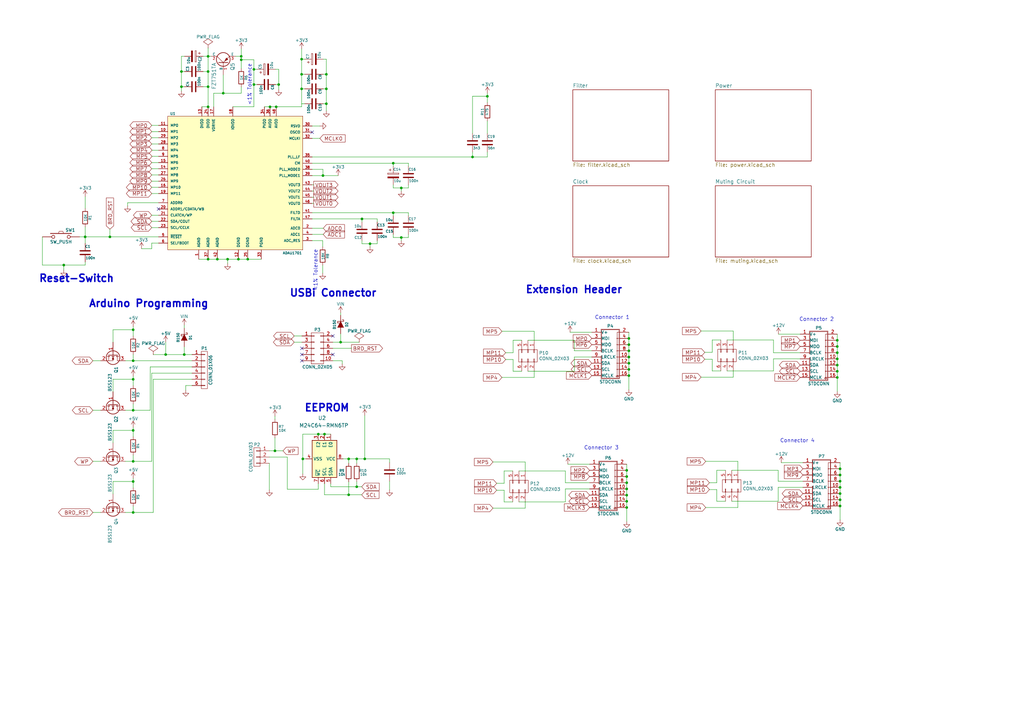
<source format=kicad_sch>
(kicad_sch (version 20211123) (generator eeschema)
  (paper "A3")
  (title_block (title "freeDSP Classic SMD") (date "2019-04-19") (rev "1.1") (company "Max Becker, Kai Dehmelt, Christoph Schmidt, Max Wulf") (comment 1 "Revision 1.1 - Michael Funk"))
  (junction (at 343.408 142.113))
  (junction (at 54.61 176.53))
  (junction (at 101.6 106.299))
  (junction (at 74.422 29.337))
  (junction (at 146.304 199.644))
  (junction (at 257.937 141.351))
  (junction (at 34.925 97.155))
  (junction (at 257.937 143.891))
  (junction (at 74.422 35.56))
  (junction (at 199.898 39.497))
  (junction (at 343.408 149.733))
  (junction (at 85.344 35.56))
  (junction (at 193.802 64.389))
  (junction (at 257.048 195.453))
  (junction (at 114.3 34.671))
  (junction (at 164.592 97.409))
  (junction (at 104.14 34.671))
  (junction (at 54.61 197.485))
  (junction (at 133.858 30.48))
  (junction (at 151.765 99.949))
  (junction (at 143.002 188.214))
  (junction (at 110.744 43.815))
  (junction (at 344.551 194.818))
  (junction (at 85.344 43.815))
  (junction (at 123.698 30.48))
  (junction (at 344.551 202.438))
  (junction (at 344.551 204.978))
  (junction (at 148.463 89.789))
  (junction (at 257.048 192.913))
  (junction (at 161.29 87.249))
  (junction (at 343.408 139.573))
  (junction (at 161.29 66.929))
  (junction (at 54.61 155.575))
  (junction (at 344.551 197.358))
  (junction (at 113.284 43.815))
  (junction (at 45.085 97.155))
  (junction (at 257.048 197.993))
  (junction (at 54.61 135.255))
  (junction (at 164.592 77.089))
  (junction (at 85.344 106.299))
  (junction (at 26.162 108.712))
  (junction (at 257.048 203.073))
  (junction (at 146.304 188.214))
  (junction (at 257.937 146.431))
  (junction (at 132.461 72.009))
  (junction (at 133.096 178.054))
  (junction (at 257.937 148.971))
  (junction (at 91.567 38.227))
  (junction (at 343.408 154.813))
  (junction (at 98.933 23.114))
  (junction (at 257.937 138.811))
  (junction (at 85.344 29.337))
  (junction (at 124.206 188.214))
  (junction (at 257.937 151.511))
  (junction (at 257.048 200.533))
  (junction (at 343.408 147.193))
  (junction (at 89.154 106.299))
  (junction (at 257.048 208.153))
  (junction (at 54.61 189.23))
  (junction (at 344.551 192.278))
  (junction (at 93.345 106.299))
  (junction (at 139.7 140.335))
  (junction (at 54.61 147.955))
  (junction (at 85.344 23.114))
  (junction (at 130.556 178.054))
  (junction (at 54.61 168.275))
  (junction (at 54.61 210.185))
  (junction (at 143.002 202.946))
  (junction (at 343.408 152.273))
  (junction (at 149.606 188.214))
  (junction (at 257.048 205.613))
  (junction (at 133.858 42.545))
  (junction (at 75.565 145.415))
  (junction (at 133.858 36.449))
  (junction (at 104.14 28.448))
  (junction (at 257.937 154.051))
  (junction (at 67.945 145.415))
  (junction (at 112.776 184.912))
  (junction (at 98.933 24.511))
  (junction (at 123.698 36.449))
  (junction (at 343.408 144.653))
  (junction (at 344.551 199.898))
  (junction (at 123.698 24.257))
  (junction (at 344.551 207.518))
  (junction (at 97.79 106.299))
  (no_connect (at 123.825 142.875))
  (no_connect (at 136.525 137.795))
  (no_connect (at 123.825 145.415))
  (no_connect (at 65.024 85.725))
  (no_connect (at 136.525 145.415))
  (no_connect (at 128.016 54.229))
  (no_connect (at 123.825 147.955))
  (wire (pts (xy 257.048 197.993) (xy 257.048 200.533)))
  (wire (pts (xy 76.2 160.02) (xy 76.2 158.115)))
  (wire (pts (xy 210.439 147.447) (xy 210.439 152.273)))
  (wire (pts (xy 130.556 178.054) (xy 133.096 178.054)))
  (wire (pts (xy 219.075 154.813) (xy 219.075 152.273)))
  (wire (pts (xy 113.284 43.815) (xy 123.698 43.815)))
  (wire (pts (xy 46.355 160.655) (xy 46.355 155.575)))
  (wire (pts (xy 140.335 149.225) (xy 140.335 147.955)))
  (wire (pts (xy 344.551 204.978) (xy 344.551 207.518)))
  (wire (pts (xy 235.585 152.273) (xy 235.585 146.431)))
  (wire (pts (xy 344.551 189.738) (xy 344.551 192.278)))
  (wire (pts (xy 128.651 78.359) (xy 128.016 78.359)))
  (wire (pts (xy 74.422 29.337) (xy 74.422 35.56)))
  (wire (pts (xy 319.151 197.358) (xy 329.311 197.358)))
  (wire (pts (xy 343.408 149.733) (xy 343.408 152.273)))
  (wire (pts (xy 54.61 176.53) (xy 54.61 179.07)))
  (wire (pts (xy 132.588 30.48) (xy 133.858 30.48)))
  (wire (pts (xy 132.334 108.839) (xy 132.334 112.014)))
  (wire (pts (xy 112.776 179.578) (xy 112.776 184.912)))
  (wire (pts (xy 135.636 199.644) (xy 146.304 199.644)))
  (wire (pts (xy 91.567 30.734) (xy 91.567 38.227)))
  (wire (pts (xy 124.968 24.257) (xy 123.698 24.257)))
  (wire (pts (xy 128.016 89.789) (xy 148.463 89.789)))
  (wire (pts (xy 257.048 200.533) (xy 257.048 203.073)))
  (wire (pts (xy 123.698 36.449) (xy 123.698 43.815)))
  (wire (pts (xy 203.708 201.041) (xy 206.756 201.041)))
  (wire (pts (xy 113.03 28.448) (xy 114.3 28.448)))
  (wire (pts (xy 123.698 42.545) (xy 124.968 42.545)))
  (wire (pts (xy 85.344 43.815) (xy 82.804 43.815)))
  (wire (pts (xy 207.391 144.653) (xy 210.439 144.653)))
  (wire (pts (xy 154.686 99.949) (xy 154.686 98.679)))
  (wire (pts (xy 62.357 64.135) (xy 65.024 64.135)))
  (wire (pts (xy 132.334 98.679) (xy 128.016 98.679)))
  (wire (pts (xy 133.096 198.374) (xy 133.096 202.946)))
  (wire (pts (xy 52.324 83.185) (xy 65.024 83.185)))
  (wire (pts (xy 215.392 208.407) (xy 215.392 205.867)))
  (wire (pts (xy 199.898 38.227) (xy 199.898 39.497)))
  (wire (pts (xy 93.345 106.299) (xy 97.79 106.299)))
  (wire (pts (xy 292.1 144.526) (xy 292.1 139.446)))
  (wire (pts (xy 74.422 23.114) (xy 74.422 29.337)))
  (wire (pts (xy 51.435 147.955) (xy 54.61 147.955)))
  (wire (pts (xy 193.802 62.357) (xy 193.802 64.389)))
  (wire (pts (xy 292.1 139.446) (xy 295.656 139.446)))
  (wire (pts (xy 93.345 108.077) (xy 93.345 106.299)))
  (wire (pts (xy 289.433 208.153) (xy 302.641 208.153)))
  (wire (pts (xy 205.867 135.89) (xy 219.075 135.89)))
  (wire (pts (xy 343.408 152.273) (xy 343.408 154.813)))
  (wire (pts (xy 54.61 155.575) (xy 54.61 158.115)))
  (wire (pts (xy 344.551 199.898) (xy 344.551 202.438)))
  (wire (pts (xy 161.29 66.929) (xy 167.513 66.929)))
  (wire (pts (xy 131.191 51.689) (xy 128.016 51.689)))
  (wire (pts (xy 51.435 210.185) (xy 54.61 210.185)))
  (wire (pts (xy 65.024 53.975) (xy 62.23 53.975)))
  (wire (pts (xy 54.61 189.23) (xy 62.23 189.23)))
  (wire (pts (xy 51.435 168.275) (xy 54.61 168.275)))
  (wire (pts (xy 148.463 89.789) (xy 154.686 89.789)))
  (wire (pts (xy 54.61 154.305) (xy 54.61 155.575)))
  (wire (pts (xy 210.439 144.653) (xy 210.439 139.573)))
  (wire (pts (xy 159.766 189.738) (xy 159.766 188.214)))
  (wire (pts (xy 78.74 153.035) (xy 62.23 153.035)))
  (wire (pts (xy 143.002 197.612) (xy 143.002 202.946)))
  (wire (pts (xy 257.048 208.153) (xy 257.048 213.868)))
  (wire (pts (xy 154.686 89.789) (xy 154.686 91.059)))
  (wire (pts (xy 38.1 189.23) (xy 41.275 189.23)))
  (wire (pts (xy 257.937 148.971) (xy 257.937 151.511)))
  (wire (pts (xy 81.534 106.299) (xy 85.344 106.299)))
  (wire (pts (xy 85.344 19.685) (xy 85.344 23.114)))
  (wire (pts (xy 212.852 193.167) (xy 231.902 193.167)))
  (wire (pts (xy 257.937 136.271) (xy 257.937 138.811)))
  (wire (pts (xy 257.048 190.373) (xy 257.048 192.913)))
  (wire (pts (xy 231.902 197.993) (xy 241.808 197.993)))
  (wire (pts (xy 65.024 71.755) (xy 62.23 71.755)))
  (wire (pts (xy 287.528 135.763) (xy 300.736 135.763)))
  (wire (pts (xy 62.23 153.035) (xy 62.23 189.23)))
  (wire (pts (xy 62.23 51.435) (xy 65.024 51.435)))
  (wire (pts (xy 294.005 205.613) (xy 297.561 205.613)))
  (wire (pts (xy 159.766 200.914) (xy 159.766 197.358)))
  (wire (pts (xy 98.933 23.114) (xy 98.933 24.511)))
  (wire (pts (xy 54.61 197.485) (xy 54.61 200.025)))
  (wire (pts (xy 123.698 20.066) (xy 123.698 24.257)))
  (wire (pts (xy 343.408 142.113) (xy 343.408 144.653)))
  (wire (pts (xy 199.898 39.497) (xy 199.898 42.037)))
  (wire (pts (xy 148.463 99.949) (xy 151.765 99.949)))
  (wire (pts (xy 149.606 188.214) (xy 159.766 188.214)))
  (wire (pts (xy 148.463 98.679) (xy 148.463 99.949)))
  (wire (pts (xy 32.639 97.155) (xy 34.925 97.155)))
  (wire (pts (xy 117.856 187.452) (xy 110.49 187.452)))
  (wire (pts (xy 140.335 147.955) (xy 136.525 147.955)))
  (wire (pts (xy 319.151 192.913) (xy 319.151 197.358)))
  (wire (pts (xy 54.61 186.69) (xy 54.61 189.23)))
  (wire (pts (xy 344.551 207.518) (xy 344.551 213.233)))
  (wire (pts (xy 146.304 197.612) (xy 146.304 199.644)))
  (wire (pts (xy 167.513 97.409) (xy 167.513 96.139)))
  (wire (pts (xy 98.933 38.227) (xy 98.933 35.687)))
  (wire (pts (xy 75.692 29.337) (xy 74.422 29.337)))
  (wire (pts (xy 54.61 175.26) (xy 54.61 176.53)))
  (wire (pts (xy 54.61 168.275) (xy 61.595 168.275)))
  (wire (pts (xy 65.024 74.295) (xy 62.23 74.295)))
  (wire (pts (xy 89.154 106.299) (xy 93.345 106.299)))
  (wire (pts (xy 287.528 154.686) (xy 300.736 154.686)))
  (wire (pts (xy 110.49 184.912) (xy 112.776 184.912)))
  (wire (pts (xy 54.61 210.185) (xy 54.61 207.645)))
  (wire (pts (xy 75.565 142.24) (xy 75.565 145.415)))
  (wire (pts (xy 242.697 136.271) (xy 233.807 136.271)))
  (wire (pts (xy 85.344 35.56) (xy 85.344 43.815)))
  (wire (pts (xy 132.588 42.545) (xy 133.858 42.545)))
  (wire (pts (xy 61.595 150.495) (xy 78.74 150.495)))
  (wire (pts (xy 62.865 155.575) (xy 78.74 155.575)))
  (wire (pts (xy 300.101 205.613) (xy 319.151 205.613)))
  (wire (pts (xy 105.41 34.671) (xy 104.14 34.671)))
  (wire (pts (xy 319.151 199.898) (xy 329.311 199.898)))
  (wire (pts (xy 235.585 146.431) (xy 242.697 146.431)))
  (wire (pts (xy 143.002 188.214) (xy 143.002 189.992)))
  (wire (pts (xy 110.744 43.815) (xy 113.284 43.815)))
  (wire (pts (xy 120.65 140.335) (xy 123.825 140.335)))
  (wire (pts (xy 319.151 205.613) (xy 319.151 199.898)))
  (wire (pts (xy 161.29 88.519) (xy 161.29 87.249)))
  (wire (pts (xy 46.355 155.575) (xy 54.61 155.575)))
  (wire (pts (xy 219.075 135.89) (xy 219.075 139.573)))
  (wire (pts (xy 344.551 192.278) (xy 344.551 194.818)))
  (wire (pts (xy 144.145 142.875) (xy 136.525 142.875)))
  (wire (pts (xy 45.085 97.155) (xy 65.024 97.155)))
  (wire (pts (xy 164.592 98.679) (xy 164.592 97.409)))
  (wire (pts (xy 128.016 64.389) (xy 193.802 64.389)))
  (wire (pts (xy 83.312 23.114) (xy 85.344 23.114)))
  (wire (pts (xy 128.016 66.929) (xy 161.29 66.929)))
  (wire (pts (xy 143.002 188.214) (xy 146.304 188.214)))
  (wire (pts (xy 344.551 194.818) (xy 344.551 197.358)))
  (wire (pts (xy 130.556 178.054) (xy 124.206 178.054)))
  (wire (pts (xy 46.355 197.485) (xy 54.61 197.485)))
  (wire (pts (xy 136.525 140.335) (xy 139.7 140.335)))
  (wire (pts (xy 104.14 28.448) (xy 104.14 34.671)))
  (wire (pts (xy 65.024 59.055) (xy 62.23 59.055)))
  (wire (pts (xy 161.29 97.409) (xy 164.592 97.409)))
  (wire (pts (xy 343.408 137.033) (xy 343.408 139.573)))
  (wire (pts (xy 257.937 154.051) (xy 257.937 159.766)))
  (wire (pts (xy 292.1 152.146) (xy 295.656 152.146)))
  (wire (pts (xy 133.858 36.449) (xy 133.858 42.545)))
  (wire (pts (xy 317.246 147.193) (xy 317.246 152.146)))
  (wire (pts (xy 112.776 170.688) (xy 112.776 171.958)))
  (wire (pts (xy 257.048 205.613) (xy 257.048 208.153)))
  (wire (pts (xy 133.096 178.054) (xy 135.636 178.054)))
  (wire (pts (xy 329.311 189.738) (xy 320.421 189.738)))
  (wire (pts (xy 132.334 98.679) (xy 132.334 101.219)))
  (wire (pts (xy 45.085 93.98) (xy 45.085 97.155)))
  (wire (pts (xy 161.29 68.199) (xy 161.29 66.929)))
  (wire (pts (xy 257.937 143.891) (xy 257.937 146.431)))
  (wire (pts (xy 62.865 145.415) (xy 67.945 145.415)))
  (wire (pts (xy 140.716 188.214) (xy 143.002 188.214)))
  (wire (pts (xy 117.856 187.452) (xy 117.856 200.66)))
  (wire (pts (xy 74.422 35.56) (xy 74.422 37.338)))
  (wire (pts (xy 344.551 202.438) (xy 344.551 204.978)))
  (wire (pts (xy 98.933 24.511) (xy 104.14 24.511)))
  (wire (pts (xy 34.925 80.645) (xy 34.925 85.471)))
  (wire (pts (xy 104.14 34.671) (xy 104.14 43.815)))
  (wire (pts (xy 128.651 83.439) (xy 128.016 83.439)))
  (wire (pts (xy 123.698 24.257) (xy 123.698 30.48)))
  (wire (pts (xy 98.933 24.511) (xy 98.933 28.067)))
  (wire (pts (xy 132.588 93.599) (xy 128.016 93.599)))
  (wire (pts (xy 120.65 137.795) (xy 123.825 137.795)))
  (wire (pts (xy 85.344 29.337) (xy 85.344 35.56)))
  (wire (pts (xy 96.647 23.114) (xy 98.933 23.114)))
  (wire (pts (xy 54.61 145.415) (xy 54.61 147.955)))
  (wire (pts (xy 131.191 56.769) (xy 128.016 56.769)))
  (wire (pts (xy 257.937 138.811) (xy 257.937 141.351)))
  (wire (pts (xy 101.6 106.299) (xy 107.188 106.299)))
  (wire (pts (xy 46.355 140.335) (xy 46.355 135.255)))
  (wire (pts (xy 235.585 143.891) (xy 242.697 143.891)))
  (wire (pts (xy 130.556 200.66) (xy 130.556 198.374)))
  (wire (pts (xy 124.206 188.214) (xy 124.206 194.31)))
  (wire (pts (xy 54.61 196.215) (xy 54.61 197.485)))
  (wire (pts (xy 105.41 28.448) (xy 104.14 28.448)))
  (wire (pts (xy 54.61 147.955) (xy 78.74 147.955)))
  (wire (pts (xy 231.902 200.533) (xy 241.808 200.533)))
  (wire (pts (xy 146.304 188.214) (xy 146.304 189.992)))
  (wire (pts (xy 133.096 202.946) (xy 143.002 202.946)))
  (wire (pts (xy 199.898 49.657) (xy 199.898 54.737)))
  (wire (pts (xy 83.312 35.56) (xy 85.344 35.56)))
  (wire (pts (xy 65.024 90.805) (xy 62.23 90.805)))
  (wire (pts (xy 289.052 144.526) (xy 292.1 144.526)))
  (wire (pts (xy 328.168 137.033) (xy 319.278 137.033)))
  (wire (pts (xy 235.585 139.573) (xy 235.585 143.891)))
  (wire (pts (xy 294.005 200.787) (xy 294.005 205.613)))
  (wire (pts (xy 65.024 69.215) (xy 62.23 69.215)))
  (wire (pts (xy 206.756 193.167) (xy 210.312 193.167)))
  (wire (pts (xy 216.535 152.273) (xy 235.585 152.273)))
  (wire (pts (xy 85.344 23.114) (xy 85.344 29.337)))
  (wire (pts (xy 207.391 147.447) (xy 210.439 147.447)))
  (wire (pts (xy 54.61 165.735) (xy 54.61 168.275)))
  (wire (pts (xy 104.14 24.511) (xy 104.14 28.448)))
  (wire (pts (xy 148.463 91.059) (xy 148.463 89.789)))
  (wire (pts (xy 298.196 152.146) (xy 317.246 152.146)))
  (wire (pts (xy 128.016 96.139) (xy 132.588 96.139)))
  (wire (pts (xy 85.344 106.299) (xy 89.154 106.299)))
  (wire (pts (xy 17.399 108.712) (xy 17.399 97.155)))
  (wire (pts (xy 167.513 77.089) (xy 167.513 75.819)))
  (wire (pts (xy 114.3 34.671) (xy 114.3 36.703)))
  (wire (pts (xy 75.565 145.415) (xy 78.74 145.415)))
  (wire (pts (xy 300.101 192.913) (xy 319.151 192.913)))
  (wire (pts (xy 110.49 189.992) (xy 110.49 200.914)))
  (wire (pts (xy 164.592 77.089) (xy 167.513 77.089)))
  (wire (pts (xy 65.024 93.345) (xy 62.23 93.345)))
  (wire (pts (xy 294.005 197.993) (xy 294.005 192.913)))
  (wire (pts (xy 298.196 139.446) (xy 317.246 139.446)))
  (wire (pts (xy 151.765 99.949) (xy 154.686 99.949)))
  (wire (pts (xy 128.016 69.469) (xy 132.461 69.469)))
  (wire (pts (xy 128.651 80.899) (xy 128.016 80.899)))
  (wire (pts (xy 302.641 189.23) (xy 302.641 192.913)))
  (wire (pts (xy 65.024 61.595) (xy 62.357 61.595)))
  (wire (pts (xy 146.304 188.214) (xy 149.606 188.214)))
  (wire (pts (xy 46.355 202.565) (xy 46.355 197.485)))
  (wire (pts (xy 75.692 35.56) (xy 74.422 35.56)))
  (wire (pts (xy 289.052 147.32) (xy 292.1 147.32)))
  (wire (pts (xy 317.246 139.446) (xy 317.246 144.653)))
  (wire (pts (xy 343.408 154.813) (xy 343.408 160.528)))
  (wire (pts (xy 54.61 210.185) (xy 62.865 210.185)))
  (wire (pts (xy 212.852 205.867) (xy 231.902 205.867)))
  (wire (pts (xy 54.61 133.985) (xy 54.61 135.255)))
  (wire (pts (xy 257.937 151.511) (xy 257.937 154.051)))
  (wire (pts (xy 113.03 34.671) (xy 114.3 34.671)))
  (wire (pts (xy 343.408 144.653) (xy 343.408 147.193)))
  (wire (pts (xy 302.641 208.153) (xy 302.641 205.613)))
  (wire (pts (xy 34.925 97.155) (xy 45.085 97.155)))
  (wire (pts (xy 38.1 210.185) (xy 41.275 210.185)))
  (wire (pts (xy 46.355 135.255) (xy 54.61 135.255)))
  (wire (pts (xy 202.184 189.484) (xy 215.392 189.484)))
  (wire (pts (xy 124.968 30.48) (xy 123.698 30.48)))
  (wire (pts (xy 83.312 29.337) (xy 85.344 29.337)))
  (wire (pts (xy 257.048 195.453) (xy 257.048 197.993)))
  (wire (pts (xy 128.016 72.009) (xy 132.461 72.009)))
  (wire (pts (xy 161.29 77.089) (xy 164.592 77.089)))
  (wire (pts (xy 202.184 208.407) (xy 215.392 208.407)))
  (wire (pts (xy 104.14 43.815) (xy 95.504 43.815)))
  (wire (pts (xy 290.957 197.993) (xy 294.005 197.993)))
  (wire (pts (xy 317.246 144.653) (xy 328.168 144.653)))
  (wire (pts (xy 87.63 43.815) (xy 87.63 38.227)))
  (wire (pts (xy 128.016 87.249) (xy 161.29 87.249)))
  (wire (pts (xy 294.005 192.913) (xy 297.561 192.913)))
  (wire (pts (xy 62.23 99.695) (xy 65.024 99.695)))
  (wire (pts (xy 52.324 84.455) (xy 52.324 83.185)))
  (wire (pts (xy 206.756 198.247) (xy 206.756 193.167)))
  (wire (pts (xy 139.7 136.906) (xy 139.7 140.335)))
  (wire (pts (xy 300.736 135.763) (xy 300.736 139.446)))
  (wire (pts (xy 231.902 205.867) (xy 231.902 200.533)))
  (wire (pts (xy 112.776 184.912) (xy 116.078 184.912)))
  (wire (pts (xy 46.355 181.61) (xy 46.355 176.53)))
  (wire (pts (xy 34.925 93.091) (xy 34.925 97.155)))
  (wire (pts (xy 65.024 88.265) (xy 62.23 88.265)))
  (wire (pts (xy 114.3 28.448) (xy 114.3 34.671)))
  (wire (pts (xy 62.23 101.981) (xy 62.23 99.695)))
  (wire (pts (xy 161.29 75.819) (xy 161.29 77.089)))
  (wire (pts (xy 26.162 108.712) (xy 34.925 108.712)))
  (wire (pts (xy 167.513 87.249) (xy 167.513 88.519)))
  (wire (pts (xy 210.439 152.273) (xy 213.995 152.273)))
  (wire (pts (xy 17.399 108.712) (xy 26.162 108.712)))
  (wire (pts (xy 87.63 38.227) (xy 91.567 38.227)))
  (wire (pts (xy 65.024 79.375) (xy 62.23 79.375)))
  (wire (pts (xy 300.736 154.686) (xy 300.736 152.146)))
  (wire (pts (xy 38.1 147.955) (xy 41.275 147.955)))
  (wire (pts (xy 67.945 145.415) (xy 67.945 140.335)))
  (wire (pts (xy 149.606 170.434) (xy 149.606 188.214)))
  (wire (pts (xy 67.945 145.415) (xy 75.565 145.415)))
  (wire (pts (xy 132.461 69.469) (xy 132.461 72.009)))
  (wire (pts (xy 75.692 23.114) (xy 74.422 23.114)))
  (wire (pts (xy 34.925 108.712) (xy 34.925 107.442)))
  (wire (pts (xy 123.698 30.48) (xy 123.698 36.449)))
  (wire (pts (xy 151.765 101.219) (xy 151.765 99.949)))
  (wire (pts (xy 97.79 106.299) (xy 101.6 106.299)))
  (wire (pts (xy 62.865 210.185) (xy 62.865 155.575)))
  (wire (pts (xy 206.756 201.041) (xy 206.756 205.867)))
  (wire (pts (xy 143.002 202.946) (xy 148.336 202.946)))
  (wire (pts (xy 65.024 76.835) (xy 62.23 76.835)))
  (wire (pts (xy 34.925 97.155) (xy 34.925 99.822)))
  (wire (pts (xy 199.898 64.389) (xy 199.898 62.357)))
  (wire (pts (xy 117.856 200.66) (xy 130.556 200.66)))
  (wire (pts (xy 343.408 147.193) (xy 343.408 149.733)))
  (wire (pts (xy 54.61 135.255) (xy 54.61 137.795)))
  (wire (pts (xy 133.858 24.257) (xy 133.858 30.48)))
  (wire (pts (xy 289.433 189.23) (xy 302.641 189.23)))
  (wire (pts (xy 193.802 39.497) (xy 193.802 54.737)))
  (wire (pts (xy 241.808 190.373) (xy 232.918 190.373)))
  (wire (pts (xy 193.802 39.497) (xy 199.898 39.497)))
  (wire (pts (xy 193.802 64.389) (xy 199.898 64.389)))
  (wire (pts (xy 26.162 110.744) (xy 26.162 108.712)))
  (wire (pts (xy 161.29 96.139) (xy 161.29 97.409)))
  (wire (pts (xy 133.858 30.48) (xy 133.858 36.449)))
  (wire (pts (xy 139.7 140.335) (xy 147.32 140.335)))
  (wire (pts (xy 206.756 205.867) (xy 210.312 205.867)))
  (wire (pts (xy 38.1 168.275) (xy 41.275 168.275)))
  (wire (pts (xy 51.435 189.23) (xy 54.61 189.23)))
  (wire (pts (xy 146.304 199.644) (xy 148.336 199.644)))
  (wire (pts (xy 75.565 133.35) (xy 75.565 134.62)))
  (wire (pts (xy 124.968 36.449) (xy 123.698 36.449)))
  (wire (pts (xy 257.937 146.431) (xy 257.937 148.971)))
  (wire (pts (xy 76.2 158.115) (xy 78.74 158.115)))
  (wire (pts (xy 231.902 193.167) (xy 231.902 197.993)))
  (wire (pts (xy 135.636 199.644) (xy 135.636 198.374)))
  (wire (pts (xy 343.408 139.573) (xy 343.408 142.113)))
  (wire (pts (xy 203.708 198.247) (xy 206.756 198.247)))
  (wire (pts (xy 46.355 176.53) (xy 54.61 176.53)))
  (wire (pts (xy 257.937 141.351) (xy 257.937 143.891)))
  (wire (pts (xy 132.461 72.009) (xy 138.684 72.009)))
  (wire (pts (xy 328.168 147.193) (xy 317.246 147.193)))
  (wire (pts (xy 344.551 197.358) (xy 344.551 199.898)))
  (wire (pts (xy 257.048 192.913) (xy 257.048 195.453)))
  (wire (pts (xy 98.933 20.066) (xy 98.933 23.114)))
  (wire (pts (xy 205.867 154.813) (xy 219.075 154.813)))
  (wire (pts (xy 132.588 36.449) (xy 133.858 36.449)))
  (wire (pts (xy 167.513 66.929) (xy 167.513 68.199)))
  (wire (pts (xy 124.206 178.054) (xy 124.206 188.214)))
  (wire (pts (xy 210.439 139.573) (xy 213.995 139.573)))
  (wire (pts (xy 290.957 200.787) (xy 294.005 200.787)))
  (wire (pts (xy 128.651 75.819) (xy 128.016 75.819)))
  (wire (pts (xy 65.024 56.515) (xy 62.23 56.515)))
  (wire (pts (xy 164.592 78.359) (xy 164.592 77.089)))
  (wire (pts (xy 108.458 43.815) (xy 110.744 43.815)))
  (wire (pts (xy 85.344 23.114) (xy 86.487 23.114)))
  (wire (pts (xy 65.024 66.675) (xy 62.23 66.675)))
  (wire (pts (xy 215.392 189.484) (xy 215.392 193.167)))
  (wire (pts (xy 61.595 168.275) (xy 61.595 150.495)))
  (wire (pts (xy 91.567 38.227) (xy 98.933 38.227)))
  (wire (pts (xy 58.039 101.981) (xy 62.23 101.981)))
  (wire (pts (xy 125.476 188.214) (xy 124.206 188.214)))
  (wire (pts (xy 139.7 128.27) (xy 139.7 129.286)))
  (wire (pts (xy 161.29 87.249) (xy 167.513 87.249)))
  (wire (pts (xy 216.535 139.573) (xy 235.585 139.573)))
  (wire (pts (xy 164.592 97.409) (xy 167.513 97.409)))
  (wire (pts (xy 133.858 42.545) (xy 133.858 45.466)))
  (wire (pts (xy 257.048 203.073) (xy 257.048 205.613)))
  (wire (pts (xy 132.588 24.257) (xy 133.858 24.257)))
  (wire (pts (xy 292.1 147.32) (xy 292.1 152.146)))
  (text "USBi Connector" (at 118.618 122.047 0) (effects (font (size 2.9972 2.9972) (thickness 0.5994) bold) (justify left bottom)))
  (text "Arduino Programming" (at 85.725 126.365 180) (effects (font (size 2.9972 2.9972) (thickness 0.5994) bold) (justify right bottom)))
  (text "Extension Header" (at 215.392 120.65 0) (effects (font (size 2.9972 2.9972) (thickness 0.5994) bold) (justify left bottom)))
  (text "<1% Tolerance" (at 103.251 26.162 270) (effects (font (size 1.4986 1.4986)) (justify right bottom)))
  (text "Connector 1" (at 243.967 131.191 0) (effects (font (size 1.524 1.524)) (justify left bottom)))
  (text "Connector 3" (at 239.522 184.658 0) (effects (font (size 1.524 1.524)) (justify left bottom)))
  (text "<1% Tolerance" (at 130.302 102.362 270) (effects (font (size 1.4986 1.4986)) (justify right bottom)))
  (text "EEPROM" (at 124.714 169.164 0) (effects (font (size 2.9972 2.9972) (thickness 0.5994) bold) (justify left bottom)))
  (text "Connector 2" (at 327.787 131.953 0) (effects (font (size 1.524 1.524)) (justify left bottom)))
  (text "Connector 4" (at 319.913 181.737 0) (effects (font (size 1.524 1.524)) (justify left bottom)))
  (text "Reset-Switch" (at 46.99 116.078 180) (effects (font (size 2.9972 2.9972) (thickness 0.5994) bold) (justify right bottom)))
  (global_label "MP4" (shape input) (at 205.867 154.813 180) (effects (font (size 1.524 1.524))) (property "Intersheet References" "${INTERSHEET_REFS}" (effects hide)))
  (global_label "MP10" (shape input) (at 289.052 147.32 180) (effects (font (size 1.524 1.524))) (property "Intersheet References" "${INTERSHEET_REFS}" (effects hide)))
  (global_label "VOUT3" (shape output) (at 128.651 75.819 0) (effects (font (size 1.524 1.524))) (property "Intersheet References" "${INTERSHEET_REFS}" (effects hide)))
  (global_label "MCLK0" (shape input) (at 131.191 56.769 0) (effects (font (size 1.524 1.524))) (property "Intersheet References" "${INTERSHEET_REFS}" (effects hide)))
  (global_label "MP5" (shape input) (at 202.184 189.484 180) (effects (font (size 1.524 1.524))) (property "Intersheet References" "${INTERSHEET_REFS}" (effects hide)))
  (global_label "MP4" (shape bidirectional) (at 62.357 61.595 180) (effects (font (size 1.524 1.524))) (property "Intersheet References" "${INTERSHEET_REFS}" (effects hide)))
  (global_label "BRD_RST" (shape input) (at 45.085 93.98 90) (effects (font (size 1.524 1.524))) (property "Intersheet References" "${INTERSHEET_REFS}" (effects hide)))
  (global_label "MP3" (shape bidirectional) (at 62.23 59.055 180) (effects (font (size 1.524 1.524))) (property "Intersheet References" "${INTERSHEET_REFS}" (effects hide)))
  (global_label "SDA" (shape bidirectional) (at 38.1 147.955 180) (effects (font (size 1.524 1.524))) (property "Intersheet References" "${INTERSHEET_REFS}" (effects hide)))
  (global_label "MP8" (shape bidirectional) (at 62.23 71.755 180) (effects (font (size 1.524 1.524))) (property "Intersheet References" "${INTERSHEET_REFS}" (effects hide)))
  (global_label "MP10" (shape input) (at 290.957 200.787 180) (effects (font (size 1.524 1.524))) (property "Intersheet References" "${INTERSHEET_REFS}" (effects hide)))
  (global_label "MP0" (shape input) (at 242.697 138.811 180) (effects (font (size 1.524 1.524))) (property "Intersheet References" "${INTERSHEET_REFS}" (effects hide)))
  (global_label "VOUT1" (shape output) (at 128.651 80.899 0) (effects (font (size 1.524 1.524))) (property "Intersheet References" "${INTERSHEET_REFS}" (effects hide)))
  (global_label "MCLK4" (shape input) (at 329.311 207.518 180) (effects (font (size 1.524 1.524))) (property "Intersheet References" "${INTERSHEET_REFS}" (effects hide)))
  (global_label "MP10" (shape input) (at 207.391 147.447 180) (effects (font (size 1.524 1.524))) (property "Intersheet References" "${INTERSHEET_REFS}" (effects hide)))
  (global_label "MP10" (shape bidirectional) (at 62.23 76.835 180) (effects (font (size 1.524 1.524))) (property "Intersheet References" "${INTERSHEET_REFS}" (effects hide)))
  (global_label "SCL" (shape bidirectional) (at 62.23 93.345 180) (effects (font (size 1.524 1.524))) (property "Intersheet References" "${INTERSHEET_REFS}" (effects hide)))
  (global_label "MP4" (shape input) (at 287.528 154.686 180) (effects (font (size 1.524 1.524))) (property "Intersheet References" "${INTERSHEET_REFS}" (effects hide)))
  (global_label "MP1" (shape input) (at 328.168 139.573 180) (effects (font (size 1.524 1.524))) (property "Intersheet References" "${INTERSHEET_REFS}" (effects hide)))
  (global_label "MP11" (shape bidirectional) (at 62.23 79.375 180) (effects (font (size 1.524 1.524))) (property "Intersheet References" "${INTERSHEET_REFS}" (effects hide)))
  (global_label "MP6" (shape input) (at 242.697 141.351 180) (effects (font (size 1.524 1.524))) (property "Intersheet References" "${INTERSHEET_REFS}" (effects hide)))
  (global_label "MP7" (shape input) (at 328.168 142.113 180) (effects (font (size 1.524 1.524))) (property "Intersheet References" "${INTERSHEET_REFS}" (effects hide)))
  (global_label "MP3" (shape input) (at 329.311 192.278 180) (effects (font (size 1.524 1.524))) (property "Intersheet References" "${INTERSHEET_REFS}" (effects hide)))
  (global_label "SCL" (shape bidirectional) (at 242.697 151.511 180) (effects (font (size 1.524 1.524))) (property "Intersheet References" "${INTERSHEET_REFS}" (effects hide)))
  (global_label "SDA" (shape bidirectional) (at 241.808 203.073 180) (effects (font (size 1.524 1.524))) (property "Intersheet References" "${INTERSHEET_REFS}" (effects hide)))
  (global_label "SCL" (shape bidirectional) (at 328.168 152.273 180) (effects (font (size 1.524 1.524))) (property "Intersheet References" "${INTERSHEET_REFS}" (effects hide)))
  (global_label "SDA" (shape bidirectional) (at 328.168 149.733 180) (effects (font (size 1.524 1.524))) (property "Intersheet References" "${INTERSHEET_REFS}" (effects hide)))
  (global_label "MP10" (shape input) (at 203.708 201.041 180) (effects (font (size 1.524 1.524))) (property "Intersheet References" "${INTERSHEET_REFS}" (effects hide)))
  (global_label "MP8" (shape input) (at 241.808 195.453 180) (effects (font (size 1.524 1.524))) (property "Intersheet References" "${INTERSHEET_REFS}" (effects hide)))
  (global_label "MCLK1" (shape input) (at 242.697 154.051 180) (effects (font (size 1.524 1.524))) (property "Intersheet References" "${INTERSHEET_REFS}" (effects hide)))
  (global_label "ADC1" (shape input) (at 132.588 96.139 0) (effects (font (size 1.524 1.524))) (property "Intersheet References" "${INTERSHEET_REFS}" (effects hide)))
  (global_label "ADC0" (shape input) (at 132.588 93.599 0) (effects (font (size 1.524 1.524))) (property "Intersheet References" "${INTERSHEET_REFS}" (effects hide)))
  (global_label "SDA" (shape bidirectional) (at 62.23 90.805 180) (effects (font (size 1.524 1.524))) (property "Intersheet References" "${INTERSHEET_REFS}" (effects hide)))
  (global_label "MP5" (shape bidirectional) (at 62.357 64.135 180) (effects (font (size 1.524 1.524))) (property "Intersheet References" "${INTERSHEET_REFS}" (effects hide)))
  (global_label "SCL" (shape bidirectional) (at 329.311 204.978 180) (effects (font (size 1.524 1.524))) (property "Intersheet References" "${INTERSHEET_REFS}" (effects hide)))
  (global_label "MP5" (shape input) (at 205.867 135.89 180) (effects (font (size 1.524 1.524))) (property "Intersheet References" "${INTERSHEET_REFS}" (effects hide)))
  (global_label "MP9" (shape input) (at 329.311 194.818 180) (effects (font (size 1.524 1.524))) (property "Intersheet References" "${INTERSHEET_REFS}" (effects hide)))
  (global_label "MP11" (shape input) (at 203.708 198.247 180) (effects (font (size 1.524 1.524))) (property "Intersheet References" "${INTERSHEET_REFS}" (effects hide)))
  (global_label "MP1" (shape bidirectional) (at 62.23 53.975 180) (effects (font (size 1.524 1.524))) (property "Intersheet References" "${INTERSHEET_REFS}" (effects hide)))
  (global_label "MP4" (shape input) (at 289.433 208.153 180) (effects (font (size 1.524 1.524))) (property "Intersheet References" "${INTERSHEET_REFS}" (effects hide)))
  (global_label "SDA" (shape bidirectional) (at 120.65 140.335 180) (effects (font (size 1.524 1.524))) (property "Intersheet References" "${INTERSHEET_REFS}" (effects hide)))
  (global_label "MP5" (shape input) (at 289.433 189.23 180) (effects (font (size 1.524 1.524))) (property "Intersheet References" "${INTERSHEET_REFS}" (effects hide)))
  (global_label "MP4" (shape input) (at 202.184 208.407 180) (effects (font (size 1.524 1.524))) (property "Intersheet References" "${INTERSHEET_REFS}" (effects hide)))
  (global_label "MP5" (shape input) (at 287.528 135.763 180) (effects (font (size 1.524 1.524))) (property "Intersheet References" "${INTERSHEET_REFS}" (effects hide)))
  (global_label "MP11" (shape input) (at 290.957 197.993 180) (effects (font (size 1.524 1.524))) (property "Intersheet References" "${INTERSHEET_REFS}" (effects hide)))
  (global_label "MP6" (shape bidirectional) (at 62.23 66.675 180) (effects (font (size 1.524 1.524))) (property "Intersheet References" "${INTERSHEET_REFS}" (effects hide)))
  (global_label "VOUT0" (shape output) (at 128.651 83.439 0) (effects (font (size 1.524 1.524))) (property "Intersheet References" "${INTERSHEET_REFS}" (effects hide)))
  (global_label "MP0" (shape bidirectional) (at 62.23 51.435 180) (effects (font (size 1.524 1.524))) (property "Intersheet References" "${INTERSHEET_REFS}" (effects hide)))
  (global_label "SCL" (shape input) (at 148.336 202.946 0) (effects (font (size 1.524 1.524))) (property "Intersheet References" "${INTERSHEET_REFS}" (effects hide)))
  (global_label "WP" (shape input) (at 116.078 184.912 0) (effects (font (size 1.524 1.524))) (property "Intersheet References" "${INTERSHEET_REFS}" (effects hide)))
  (global_label "MP11" (shape input) (at 207.391 144.653 180) (effects (font (size 1.524 1.524))) (property "Intersheet References" "${INTERSHEET_REFS}" (effects hide)))
  (global_label "SCL" (shape bidirectional) (at 120.65 137.795 180) (effects (font (size 1.524 1.524))) (property "Intersheet References" "${INTERSHEET_REFS}" (effects hide)))
  (global_label "MP7" (shape bidirectional) (at 62.23 69.215 180) (effects (font (size 1.524 1.524))) (property "Intersheet References" "${INTERSHEET_REFS}" (effects hide)))
  (global_label "SDA" (shape bidirectional) (at 242.697 148.971 180) (effects (font (size 1.524 1.524))) (property "Intersheet References" "${INTERSHEET_REFS}" (effects hide)))
  (global_label "MCLK3" (shape input) (at 241.808 208.153 180) (effects (font (size 1.524 1.524))) (property "Intersheet References" "${INTERSHEET_REFS}" (effects hide)))
  (global_label "SDA" (shape input) (at 148.336 199.644 0) (effects (font (size 1.524 1.524))) (property "Intersheet References" "${INTERSHEET_REFS}" (effects hide)))
  (global_label "SCL" (shape bidirectional) (at 241.808 205.613 180) (effects (font (size 1.524 1.524))) (property "Intersheet References" "${INTERSHEET_REFS}" (effects hide)))
  (global_label "WP" (shape bidirectional) (at 38.1 189.23 180) (effects (font (size 1.524 1.524))) (property "Intersheet References" "${INTERSHEET_REFS}" (effects hide)))
  (global_label "MCLK2" (shape input) (at 328.168 154.813 180) (effects (font (size 1.524 1.524))) (property "Intersheet References" "${INTERSHEET_REFS}" (effects hide)))
  (global_label "MP11" (shape input) (at 289.052 144.526 180) (effects (font (size 1.524 1.524))) (property "Intersheet References" "${INTERSHEET_REFS}" (effects hide)))
  (global_label "WP" (shape bidirectional) (at 62.23 88.265 180) (effects (font (size 1.524 1.524))) (property "Intersheet References" "${INTERSHEET_REFS}" (effects hide)))
  (global_label "VOUT2" (shape output) (at 128.651 78.359 0) (effects (font (size 1.524 1.524))) (property "Intersheet References" "${INTERSHEET_REFS}" (effects hide)))
  (global_label "SDA" (shape bidirectional) (at 329.311 202.438 180) (effects (font (size 1.524 1.524))) (property "Intersheet References" "${INTERSHEET_REFS}" (effects hide)))
  (global_label "BRD_RST" (shape bidirectional) (at 38.1 210.185 180) (effects (font (size 1.524 1.524))) (property "Intersheet References" "${INTERSHEET_REFS}" (effects hide)))
  (global_label "MP2" (shape bidirectional) (at 62.23 56.515 180) (effects (font (size 1.524 1.524))) (property "Intersheet References" "${INTERSHEET_REFS}" (effects hide)))
  (global_label "SCL" (shape bidirectional) (at 38.1 168.275 180) (effects (font (size 1.524 1.524))) (property "Intersheet References" "${INTERSHEET_REFS}" (effects hide)))
  (global_label "MP2" (shape input) (at 241.808 192.913 180) (effects (font (size 1.524 1.524))) (property "Intersheet References" "${INTERSHEET_REFS}" (effects hide)))
  (global_label "BRD_RST" (shape output) (at 144.145 142.875 0) (effects (font (size 1.524 1.524))) (property "Intersheet References" "${INTERSHEET_REFS}" (effects hide)))
  (global_label "MP9" (shape bidirectional) (at 62.23 74.295 180) (effects (font (size 1.524 1.524))) (property "Intersheet References" "${INTERSHEET_REFS}" (effects hide)))
  (symbol (lib_id "freeDSP_Classic_SMD-rescue:ADAU1701") (at 96.52 75.057 0) (unit 1)
    (property "Reference" "U1" (at 70.866 46.609 0) (effects (font (size 1.016 1.016))))
    (property "Value" "ADAU1701" (at 119.888 103.759 0) (effects (font (size 1.016 1.016))))
    (property "Footprint" "fdsp_housing_new:LQFP-48_7x7mm_Pitch0.5mm" (effects hide))
  )
  (symbol (lib_id "freeDSP_Classic_SMD-rescue:GND") (at 52.324 84.455 0) (unit 1)
    (property "Reference" "#PWR01" (effects hide))
    (property "Value" "GND" (effects hide))
  )
  (symbol (lib_id "freeDSP_Classic_SMD-rescue:SW_PUSH") (at 25.019 97.155 0) (unit 1)
    (property "Reference" "SW1" (at 28.829 94.361 0))
    (property "Value" "SW_PUSH" (at 25.019 99.187 0))
    (property "Footprint" "fdsp_housing_new:SW_PUSH_6mm" (effects hide))
  )
  (symbol (lib_id "freeDSP_Classic_SMD-rescue:R") (at 34.925 89.281 0) (unit 1)
    (property "Reference" "R1" (at 36.957 89.281 90) (effects (font (size 1.016 1.016))))
    (property "Value" "10K" (at 35.1028 89.2556 90) (effects (font (size 1.016 1.016))))
    (property "Footprint" "fdsp_resistor:R_1206_HandSoldering" (effects hide))
  )
  (symbol (lib_id "freeDSP_Classic_SMD-rescue:C") (at 34.925 103.632 0) (unit 1)
    (property "Reference" "C1" (at 34.925 101.092 0) (effects (font (size 1.016 1.016)) (justify left)))
    (property "Value" "100n" (at 35.0774 105.791 0) (effects (font (size 1.016 1.016)) (justify left)))
    (property "Footprint" "fdsp_capacitor:C_1206_HandSoldering" (effects hide))
  )
  (symbol (lib_id "freeDSP_Classic_SMD-rescue:GND") (at 26.162 110.744 0) (unit 1)
    (property "Reference" "#PWR02" (effects hide))
    (property "Value" "GND" (effects hide))
  )
  (symbol (lib_id "freeDSP_Classic_SMD-rescue:GND") (at 93.345 108.077 0) (unit 1)
    (property "Reference" "#PWR03" (effects hide))
    (property "Value" "GND" (effects hide))
  )
  (symbol (lib_id "freeDSP_Classic_SMD-rescue:C") (at 79.502 35.56 90) (unit 1)
    (property "Reference" "C4" (at 76.962 35.56 0) (effects (font (size 1.016 1.016)) (justify left)))
    (property "Value" "100n" (at 81.661 35.4076 0) (effects (font (size 1.016 1.016)) (justify left)))
    (property "Footprint" "fdsp_capacitor:C_1206_HandSoldering" (effects hide))
  )
  (symbol (lib_id "freeDSP_Classic_SMD-rescue:C") (at 79.502 29.337 90) (unit 1)
    (property "Reference" "C3" (at 76.962 29.337 0) (effects (font (size 1.016 1.016)) (justify left)))
    (property "Value" "100n" (at 81.661 29.1846 0) (effects (font (size 1.016 1.016)) (justify left)))
    (property "Footprint" "fdsp_capacitor:C_1206_HandSoldering" (effects hide))
  )
  (symbol (lib_id "freeDSP_Classic_SMD-rescue:GND") (at 74.422 37.338 0) (unit 1)
    (property "Reference" "#PWR04" (effects hide))
    (property "Value" "GND" (effects hide))
  )
  (symbol (lib_id "freeDSP_Classic_SMD-rescue:CP") (at 79.502 23.114 270) (unit 1)
    (property "Reference" "C2" (at 82.042 23.114 0) (effects (font (size 1.016 1.016)) (justify left)))
    (property "Value" "10u" (at 77.343 23.2664 0) (effects (font (size 1.016 1.016)) (justify left)))
    (property "Footprint" "fdsp_capacitor:C_Radial_D5_L11_P2" (effects hide))
  )
  (symbol (lib_id "freeDSP_Classic_SMD-rescue:FZT751") (at 91.567 25.654 90) (unit 1)
    (property "Reference" "Q5" (at 95.377 25.654 0) (effects (font (size 1.524 1.524)) (justify right)))
    (property "Value" "FZT751TA" (at 87.757 25.654 0) (effects (font (size 1.524 1.524)) (justify right)))
    (property "Footprint" "fdsp_housing_new:SOT-223" (effects hide))
  )
  (symbol (lib_id "freeDSP_Classic_SMD-rescue:R") (at 98.933 31.877 0) (unit 1)
    (property "Reference" "R6" (at 100.965 31.877 90) (effects (font (size 1.016 1.016))))
    (property "Value" "1K" (at 99.1108 31.8516 90) (effects (font (size 1.016 1.016))))
    (property "Footprint" "fdsp_resistor:R_1206_HandSoldering" (effects hide))
  )
  (symbol (lib_id "freeDSP_Classic_SMD-rescue:C") (at 109.22 34.671 270) (unit 1)
    (property "Reference" "C6" (at 111.76 34.671 0) (effects (font (size 1.016 1.016)) (justify left)))
    (property "Value" "100n" (at 107.061 34.8234 0) (effects (font (size 1.016 1.016)) (justify left)))
    (property "Footprint" "fdsp_capacitor:C_1206_HandSoldering" (effects hide))
  )
  (symbol (lib_id "freeDSP_Classic_SMD-rescue:CP") (at 109.22 28.448 90) (unit 1)
    (property "Reference" "C5" (at 106.68 28.448 0) (effects (font (size 1.016 1.016)) (justify left)))
    (property "Value" "10u" (at 111.379 28.2956 0) (effects (font (size 1.016 1.016)) (justify left)))
    (property "Footprint" "fdsp_capacitor:C_Radial_D5_L11_P2" (effects hide))
  )
  (symbol (lib_id "freeDSP_Classic_SMD-rescue:GND") (at 114.3 36.703 0) (unit 1)
    (property "Reference" "#PWR05" (effects hide))
    (property "Value" "GND" (effects hide))
  )
  (symbol (lib_id "freeDSP_Classic_SMD-rescue:C") (at 128.778 30.48 270) (unit 1)
    (property "Reference" "C8" (at 131.318 30.48 0) (effects (font (size 1.016 1.016)) (justify left)))
    (property "Value" "100n" (at 126.619 30.6324 0) (effects (font (size 1.016 1.016)) (justify left)))
    (property "Footprint" "fdsp_capacitor:C_1206_HandSoldering" (effects hide))
  )
  (symbol (lib_id "freeDSP_Classic_SMD-rescue:CP") (at 128.778 24.257 90) (unit 1)
    (property "Reference" "C7" (at 126.238 24.257 0) (effects (font (size 1.016 1.016)) (justify left)))
    (property "Value" "10u" (at 130.937 24.1046 0) (effects (font (size 1.016 1.016)) (justify left)))
    (property "Footprint" "fdsp_capacitor:C_Radial_D5_L11_P2" (effects hide))
  )
  (symbol (lib_id "freeDSP_Classic_SMD-rescue:C") (at 128.778 36.449 270) (unit 1)
    (property "Reference" "C9" (at 131.318 36.449 0) (effects (font (size 1.016 1.016)) (justify left)))
    (property "Value" "100n" (at 126.619 36.6014 0) (effects (font (size 1.016 1.016)) (justify left)))
    (property "Footprint" "fdsp_capacitor:C_1206_HandSoldering" (effects hide))
  )
  (symbol (lib_id "freeDSP_Classic_SMD-rescue:C") (at 128.778 42.545 270) (unit 1)
    (property "Reference" "C10" (at 131.318 42.545 0) (effects (font (size 1.016 1.016)) (justify left)))
    (property "Value" "100n" (at 126.619 42.6974 0) (effects (font (size 1.016 1.016)) (justify left)))
    (property "Footprint" "fdsp_capacitor:C_1206_HandSoldering" (effects hide))
  )
  (symbol (lib_id "freeDSP_Classic_SMD-rescue:GND") (at 133.858 45.466 0) (unit 1)
    (property "Reference" "#PWR06" (effects hide))
    (property "Value" "GND" (effects hide))
  )
  (symbol (lib_id "freeDSP_Classic_SMD-rescue:C") (at 167.513 72.009 0) (unit 1)
    (property "Reference" "C16" (at 167.513 69.469 0) (effects (font (size 1.016 1.016)) (justify left)))
    (property "Value" "100n" (at 167.6654 74.168 0) (effects (font (size 1.016 1.016)) (justify left)))
    (property "Footprint" "fdsp_capacitor:C_1206_HandSoldering" (effects hide))
  )
  (symbol (lib_id "freeDSP_Classic_SMD-rescue:CP") (at 161.29 72.009 0) (unit 1)
    (property "Reference" "C14" (at 161.29 69.469 0) (effects (font (size 1.016 1.016)) (justify left)))
    (property "Value" "10u" (at 161.4424 74.168 0) (effects (font (size 1.016 1.016)) (justify left)))
    (property "Footprint" "fdsp_capacitor:C_Radial_D5_L11_P2" (effects hide))
  )
  (symbol (lib_id "freeDSP_Classic_SMD-rescue:GND") (at 164.592 78.359 0) (unit 1)
    (property "Reference" "#PWR07" (effects hide))
    (property "Value" "GND" (effects hide))
  )
  (symbol (lib_id "freeDSP_Classic_SMD-rescue:C") (at 167.513 92.329 0) (unit 1)
    (property "Reference" "C17" (at 167.513 89.789 0) (effects (font (size 1.016 1.016)) (justify left)))
    (property "Value" "100n" (at 167.6654 94.488 0) (effects (font (size 1.016 1.016)) (justify left)))
    (property "Footprint" "fdsp_capacitor:C_1206_HandSoldering" (effects hide))
  )
  (symbol (lib_id "freeDSP_Classic_SMD-rescue:C") (at 161.29 92.329 180) (unit 1)
    (property "Reference" "C15" (at 161.29 94.869 0) (effects (font (size 1.016 1.016)) (justify left)))
    (property "Value" "10u" (at 161.1376 90.17 0) (effects (font (size 1.016 1.016)) (justify left)))
    (property "Footprint" "fdsp_capacitor:C_1206_HandSoldering" (effects hide))
  )
  (symbol (lib_id "freeDSP_Classic_SMD-rescue:GND") (at 164.592 98.679 0) (unit 1)
    (property "Reference" "#PWR08" (effects hide))
    (property "Value" "GND" (effects hide))
  )
  (symbol (lib_id "freeDSP_Classic_SMD-rescue:C") (at 154.686 94.869 0) (unit 1)
    (property "Reference" "C13" (at 154.686 92.329 0) (effects (font (size 1.016 1.016)) (justify left)))
    (property "Value" "100n" (at 154.8384 97.028 0) (effects (font (size 1.016 1.016)) (justify left)))
    (property "Footprint" "fdsp_capacitor:C_1206_HandSoldering" (effects hide))
  )
  (symbol (lib_id "freeDSP_Classic_SMD-rescue:C") (at 148.463 94.869 180) (unit 1)
    (property "Reference" "C12" (at 148.463 97.409 0) (effects (font (size 1.016 1.016)) (justify left)))
    (property "Value" "10u" (at 148.3106 92.71 0) (effects (font (size 1.016 1.016)) (justify left)))
    (property "Footprint" "fdsp_capacitor:C_1206_HandSoldering" (effects hide))
  )
  (symbol (lib_id "freeDSP_Classic_SMD-rescue:GND") (at 151.765 101.219 0) (unit 1)
    (property "Reference" "#PWR09" (effects hide))
    (property "Value" "GND" (effects hide))
  )
  (symbol (lib_id "freeDSP_Classic_SMD-rescue:GND") (at 131.191 51.689 90) (unit 1)
    (property "Reference" "#PWR010" (effects hide))
    (property "Value" "GND" (effects hide))
  )
  (symbol (lib_id "freeDSP_Classic_SMD-rescue:R") (at 132.334 105.029 0) (unit 1)
    (property "Reference" "R8" (at 134.366 105.029 90) (effects (font (size 1.016 1.016))))
    (property "Value" "18K" (at 132.5118 105.0036 90) (effects (font (size 1.016 1.016))))
    (property "Footprint" "fdsp_resistor:R_1206_HandSoldering" (effects hide))
  )
  (symbol (lib_id "freeDSP_Classic_SMD-rescue:GND") (at 132.334 112.014 0) (unit 1)
    (property "Reference" "#PWR011" (effects hide))
    (property "Value" "GND" (effects hide))
  )
  (symbol (lib_id "freeDSP_Classic_SMD-rescue:C") (at 199.898 58.547 0) (unit 1)
    (property "Reference" "C19" (at 199.898 56.007 0) (effects (font (size 1.016 1.016)) (justify left)))
    (property "Value" "56n" (at 200.0504 60.706 0) (effects (font (size 1.016 1.016)) (justify left)))
    (property "Footprint" "fdsp_capacitor:C_1206_HandSoldering" (effects hide))
  )
  (symbol (lib_id "freeDSP_Classic_SMD-rescue:C") (at 193.802 58.547 0) (unit 1)
    (property "Reference" "C18" (at 193.802 56.007 0) (effects (font (size 1.016 1.016)) (justify left)))
    (property "Value" "3n3" (at 193.9544 60.706 0) (effects (font (size 1.016 1.016)) (justify left)))
    (property "Footprint" "fdsp_capacitor:C_1206_HandSoldering" (effects hide))
  )
  (symbol (lib_id "freeDSP_Classic_SMD-rescue:R") (at 199.898 45.847 180) (unit 1)
    (property "Reference" "R11" (at 197.866 45.847 90) (effects (font (size 1.016 1.016))))
    (property "Value" "475" (at 199.7202 45.8724 90) (effects (font (size 1.016 1.016))))
    (property "Footprint" "fdsp_resistor:R_1206_HandSoldering" (effects hide))
  )
  (symbol (lib_id "Memory_EEPROM:M24C01-RMN") (at 133.096 188.214 270) (unit 1)
    (property "Reference" "U2" (at 132.08 171.45 90) (effects (font (size 1.524 1.524))))
    (property "Value" "M24C64-RMN6TP" (at 132.842 174.498 90) (effects (font (size 1.524 1.524))))
    (property "Footprint" "Package_SO:SOIC-8_3.9x4.9mm_P1.27mm" (effects hide))
    (property "Datasheet" "http://www.st.com/content/ccc/resource/technical/document/datasheet/b0/d8/50/40/5a/85/49/6f/DM00071904.pdf/files/DM00071904.pdf/jcr:content/translations/en.DM00071904.pdf" (effects hide))
    (property "LCSC part number" "C79988" (effects hide))
  )
  (symbol (lib_id "freeDSP_Classic_SMD-rescue:CONN_01X03") (at 105.41 187.452 0) (mirror y) (unit 1)
    (property "Reference" "P2" (at 105.41 182.372 0))
    (property "Value" "CONN_01X03" (at 102.87 187.452 90))
    (property "Footprint" "fdsp_pinheader:Pin_Header_Straight_1x03" (effects hide))
  )
  (symbol (lib_id "freeDSP_Classic_SMD-rescue:R") (at 112.776 175.768 0) (unit 1)
    (property "Reference" "R7" (at 115.316 175.006 0) (effects (font (size 1.016 1.016))))
    (property "Value" "10K" (at 115.824 176.53 0) (effects (font (size 1.016 1.016))))
    (property "Footprint" "Resistor_SMD:R_1206_3216Metric_Pad1.30x1.75mm_HandSolder" (effects hide))
  )
  (symbol (lib_id "freeDSP_Classic_SMD-rescue:CONN_02X05") (at 130.175 142.875 0) (unit 1)
    (property "Reference" "P3" (at 130.175 135.255 0))
    (property "Value" "CONN_02X05" (at 130.175 150.495 0))
    (property "Footprint" "fdsp_connector:IDC_Header_Straight_10pins" (effects hide))
  )
  (symbol (lib_id "freeDSP_Classic_SMD-rescue:D_Schottky") (at 139.7 133.096 270) (unit 1)
    (property "Reference" "D2" (at 142.24 133.096 0) (effects (font (size 1.016 1.016))))
    (property "Value" "B150" (at 137.16 133.096 0) (effects (font (size 1.016 1.016))))
    (property "Footprint" "fdsp_diode:SMA" (effects hide))
  )
  (symbol (lib_id "freeDSP_Classic_SMD-rescue:GND") (at 140.335 149.225 0) (unit 1)
    (property "Reference" "#PWR014" (effects hide))
    (property "Value" "GND" (effects hide))
  )
  (symbol (lib_id "freeDSP_Classic_SMD-rescue:R") (at 54.61 141.605 0) (unit 1)
    (property "Reference" "R2" (at 56.642 141.605 90) (effects (font (size 1.016 1.016))))
    (property "Value" "10K" (at 54.7878 141.5796 90) (effects (font (size 1.016 1.016))))
    (property "Footprint" "fdsp_resistor:R_1206_HandSoldering" (effects hide))
  )
  (symbol (lib_id "freeDSP_Classic_SMD-rescue:R") (at 54.61 161.925 0) (unit 1)
    (property "Reference" "R3" (at 56.642 161.925 90) (effects (font (size 1.016 1.016))))
    (property "Value" "10K" (at 54.7878 161.8996 90) (effects (font (size 1.016 1.016))))
    (property "Footprint" "fdsp_resistor:R_1206_HandSoldering" (effects hide))
  )
  (symbol (lib_id "freeDSP_Classic_SMD-rescue:R") (at 54.61 182.88 0) (unit 1)
    (property "Reference" "R4" (at 56.642 182.88 90) (effects (font (size 1.016 1.016))))
    (property "Value" "10K" (at 54.7878 182.8546 90) (effects (font (size 1.016 1.016))))
    (property "Footprint" "fdsp_resistor:R_1206_HandSoldering" (effects hide))
  )
  (symbol (lib_id "freeDSP_Classic_SMD-rescue:R") (at 54.61 203.835 0) (unit 1)
    (property "Reference" "R5" (at 56.642 203.835 90) (effects (font (size 1.016 1.016))))
    (property "Value" "10K" (at 54.7878 203.8096 90) (effects (font (size 1.016 1.016))))
    (property "Footprint" "fdsp_resistor:R_1206_HandSoldering" (effects hide))
  )
  (symbol (lib_id "freeDSP_Classic_SMD-rescue:CONN_01X06") (at 83.82 151.765 0) (unit 1)
    (property "Reference" "P1" (at 83.82 142.875 0))
    (property "Value" "CONN_01X06" (at 86.36 151.765 90))
    (property "Footprint" "fdsp_pinheader:Pin_Header_Straight_1x06" (effects hide))
  )
  (symbol (lib_id "freeDSP_Classic_SMD-rescue:D_Schottky") (at 75.565 138.43 270) (unit 1)
    (property "Reference" "D1" (at 78.105 138.43 0) (effects (font (size 1.016 1.016))))
    (property "Value" "B150" (at 73.025 138.43 0) (effects (font (size 1.016 1.016))))
    (property "Footprint" "fdsp_diode:SMA" (effects hide))
  )
  (symbol (lib_id "freeDSP_Classic_SMD-rescue:GND") (at 76.2 160.02 0) (unit 1)
    (property "Reference" "#PWR015" (effects hide))
    (property "Value" "GND" (effects hide))
  )
  (symbol (lib_id "freeDSP_Classic_SMD-rescue:NMOS_GSD") (at 46.355 145.415 270) (unit 1)
    (property "Reference" "Q1" (at 47.625 153.035 0) (effects (justify right)))
    (property "Value" "BSS123" (at 45.085 160.655 0) (effects (justify right)))
    (property "Footprint" "fdsp_housing_new:SOT-23_Handsoldering" (effects hide))
    (property "Datasheet" "http://assets.nexperia.com/documents/data-sheet/BSS123.pdf" (effects hide))
  )
  (symbol (lib_id "freeDSP_Classic_SMD-rescue:NMOS_GSD") (at 46.355 165.735 270) (unit 1)
    (property "Reference" "Q2" (at 47.625 173.355 0) (effects (justify right)))
    (property "Value" "BSS123" (at 45.085 180.975 0) (effects (justify right)))
    (property "Footprint" "fdsp_housing_new:SOT-23_Handsoldering" (effects hide))
    (property "Datasheet" "http://assets.nexperia.com/documents/data-sheet/BSS123.pdf" (effects hide))
  )
  (symbol (lib_id "freeDSP_Classic_SMD-rescue:NMOS_GSD") (at 46.355 186.69 270) (unit 1)
    (property "Reference" "Q3" (at 47.625 194.31 0) (effects (justify right)))
    (property "Value" "BSS123" (at 45.085 201.93 0) (effects (justify right)))
    (property "Footprint" "fdsp_housing_new:SOT-23_Handsoldering" (effects hide))
    (property "Datasheet" "http://assets.nexperia.com/documents/data-sheet/BSS123.pdf" (effects hide))
  )
  (symbol (lib_id "freeDSP_Classic_SMD-rescue:NMOS_GSD") (at 46.355 207.645 270) (unit 1)
    (property "Reference" "Q4" (at 47.625 215.265 0) (effects (justify right)))
    (property "Value" "BSS123" (at 45.085 222.885 0) (effects (justify right)))
    (property "Footprint" "fdsp_housing_new:SOT-23_Handsoldering" (effects hide))
    (property "Datasheet" "http://assets.nexperia.com/documents/data-sheet/BSS123.pdf" (effects hide))
  )
  (symbol (lib_id "freeDSP_Classic_SMD-rescue:PWR_FLAG") (at 85.344 19.685 0) (unit 1)
    (property "Reference" "#FLG042" (effects hide))
    (property "Value" "PWR_FLAG" (at 85.344 15.113 0))
  )
  (symbol (lib_id "freeDSP_Classic_SMD-rescue:VIN") (at 75.565 133.35 0) (unit 1)
    (property "Reference" "#PWR019" (effects hide))
    (property "Value" "VIN" (at 75.565 129.794 0))
  )
  (symbol (lib_id "freeDSP_Classic_SMD-rescue:+5V") (at 67.945 140.335 0) (unit 1)
    (property "Reference" "#PWR020" (effects hide))
    (property "Value" "+5V" (at 67.945 136.779 0))
  )
  (symbol (lib_id "freeDSP_Classic_SMD-rescue:+5V") (at 54.61 133.985 0) (unit 1)
    (property "Reference" "#PWR021" (effects hide))
    (property "Value" "+5V" (at 54.61 130.429 0))
  )
  (symbol (lib_id "freeDSP_Classic_SMD-rescue:VIN") (at 139.7 128.27 0) (unit 1)
    (property "Reference" "#PWR025" (effects hide))
    (property "Value" "VIN" (at 139.7 124.714 0))
  )
  (symbol (lib_id "freeDSP_Classic_SMD-rescue:+5V") (at 54.61 154.305 0) (unit 1)
    (property "Reference" "#PWR022" (effects hide))
    (property "Value" "+5V" (at 54.61 150.749 0))
  )
  (symbol (lib_id "freeDSP_Classic_SMD-rescue:+5V") (at 54.61 175.26 0) (unit 1)
    (property "Reference" "#PWR023" (effects hide))
    (property "Value" "+5V" (at 54.61 171.704 0))
  )
  (symbol (lib_id "freeDSP_Classic_SMD-rescue:+5V") (at 54.61 196.215 0) (unit 1)
    (property "Reference" "#PWR024" (effects hide))
    (property "Value" "+5V" (at 54.61 192.659 0))
  )
  (symbol (lib_id "freeDSP_Classic_SMD-rescue:STDCONN") (at 250.317 145.161 0) (unit 1)
    (property "Reference" "P4" (at 250.317 133.731 0))
    (property "Value" "STDCONN" (at 250.317 156.591 0))
    (property "Footprint" "fdsp_connector:IDC_Header_Straight_16pins" (effects hide))
  )
  (symbol (lib_id "freeDSP_Classic_SMD-rescue:+12V") (at 233.807 136.271 0) (unit 1)
    (property "Reference" "#PWR026" (effects hide))
    (property "Value" "+12V" (at 233.807 132.715 0))
  )
  (symbol (lib_id "freeDSP_Classic_SMD-rescue:GND") (at 257.937 159.766 0) (unit 1)
    (property "Reference" "#PWR027" (effects hide))
    (property "Value" "GND" (at 257.937 163.576 0))
  )
  (symbol (lib_id "freeDSP_Classic_SMD-rescue:STDCONN") (at 335.788 145.923 0) (unit 1)
    (property "Reference" "P5" (at 335.788 134.493 0))
    (property "Value" "STDCONN" (at 335.788 157.353 0))
    (property "Footprint" "fdsp_connector:IDC_Header_Straight_16pins" (effects hide))
  )
  (symbol (lib_id "freeDSP_Classic_SMD-rescue:+12V") (at 319.278 137.033 0) (unit 1)
    (property "Reference" "#PWR028" (effects hide))
    (property "Value" "+12V" (at 319.278 133.477 0))
  )
  (symbol (lib_id "freeDSP_Classic_SMD-rescue:GND") (at 343.408 160.528 0) (unit 1)
    (property "Reference" "#PWR029" (effects hide))
    (property "Value" "GND" (at 343.408 164.338 0))
  )
  (symbol (lib_id "freeDSP_Classic_SMD-rescue:STDCONN") (at 249.428 199.263 0) (unit 1)
    (property "Reference" "P6" (at 249.428 187.833 0))
    (property "Value" "STDCONN" (at 249.428 210.693 0))
    (property "Footprint" "fdsp_connector:IDC_Header_Straight_16pins" (effects hide))
  )
  (symbol (lib_id "freeDSP_Classic_SMD-rescue:+12V") (at 232.918 190.373 0) (unit 1)
    (property "Reference" "#PWR030" (effects hide))
    (property "Value" "+12V" (at 232.918 186.817 0))
  )
  (symbol (lib_id "freeDSP_Classic_SMD-rescue:GND") (at 257.048 213.868 0) (unit 1)
    (property "Reference" "#PWR031" (effects hide))
    (property "Value" "GND" (at 257.048 217.678 0))
  )
  (symbol (lib_id "freeDSP_Classic_SMD-rescue:STDCONN") (at 336.931 198.628 0) (unit 1)
    (property "Reference" "P7" (at 336.931 187.198 0))
    (property "Value" "STDCONN" (at 336.931 210.058 0))
    (property "Footprint" "fdsp_connector:IDC_Header_Straight_16pins" (effects hide))
  )
  (symbol (lib_id "freeDSP_Classic_SMD-rescue:+12V") (at 320.421 189.738 0) (unit 1)
    (property "Reference" "#PWR032" (effects hide))
    (property "Value" "+12V" (at 320.421 186.182 0))
  )
  (symbol (lib_id "freeDSP_Classic_SMD-rescue:GND") (at 344.551 213.233 0) (unit 1)
    (property "Reference" "#PWR033" (effects hide))
    (property "Value" "GND" (at 344.551 217.043 0))
  )
  (symbol (lib_id "freeDSP_Classic_SMD-rescue:+3V3") (at 58.039 101.981 0) (unit 1)
    (property "Reference" "#PWR034" (effects hide))
    (property "Value" "+3V3" (at 58.039 98.425 0))
  )
  (symbol (lib_id "freeDSP_Classic_SMD-rescue:+3V3") (at 34.925 80.645 0) (unit 1)
    (property "Reference" "#PWR035" (effects hide))
    (property "Value" "+3V3" (at 34.925 77.089 0))
  )
  (symbol (lib_id "freeDSP_Classic_SMD-rescue:+3V3") (at 138.684 72.009 0) (unit 1)
    (property "Reference" "#PWR036" (effects hide))
    (property "Value" "+3V3" (at 138.684 68.453 0))
  )
  (symbol (lib_id "freeDSP_Classic_SMD-rescue:+3V3") (at 123.698 20.066 0) (unit 1)
    (property "Reference" "#PWR037" (effects hide))
    (property "Value" "+3V3" (at 123.698 16.51 0))
  )
  (symbol (lib_id "freeDSP_Classic_SMD-rescue:+3V3") (at 98.933 20.066 0) (unit 1)
    (property "Reference" "#PWR038" (effects hide))
    (property "Value" "+3V3" (at 98.933 16.51 0))
  )
  (symbol (lib_id "freeDSP_Classic_SMD-rescue:PWR_FLAG") (at 62.865 145.415 0) (unit 1)
    (property "Reference" "#FLG039" (effects hide))
    (property "Value" "PWR_FLAG" (at 62.865 140.843 0))
  )
  (symbol (lib_id "freeDSP_Classic_SMD-rescue:PWR_FLAG") (at 147.32 140.335 0) (unit 1)
    (property "Reference" "#FLG040" (effects hide))
    (property "Value" "PWR_FLAG" (at 147.32 135.763 0))
  )
  (symbol (lib_id "freeDSP_Classic_SMD-rescue:+3V3") (at 199.898 38.227 0) (unit 1)
    (property "Reference" "#PWR041" (effects hide))
    (property "Value" "+3V3" (at 199.898 34.671 0))
  )
  (symbol (lib_id "freeDSP_Pinhead:CONN_02X03") (at 216.535 145.923 270) (unit 1)
    (property "Reference" "P10" (at 221.0562 144.7546 90) (effects (justify left)))
    (property "Value" "CONN_02X03" (at 221.0562 147.066 90) (effects (justify left)))
    (property "Footprint" "freeDSP_Pinheader:Pin_Header_Straight_2x03" (effects hide))
  )
  (symbol (lib_id "freeDSP_Pinhead:CONN_02X03") (at 298.196 145.796 270) (unit 1)
    (property "Reference" "P11" (at 302.7172 144.6276 90) (effects (justify left)))
    (property "Value" "CONN_02X03" (at 302.7172 146.939 90) (effects (justify left)))
    (property "Footprint" "freeDSP_Pinheader:Pin_Header_Straight_2x03" (effects hide))
  )
  (symbol (lib_id "freeDSP_Pinhead:CONN_02X03") (at 300.101 199.263 270) (unit 1)
    (property "Reference" "P13" (at 304.6222 198.0946 90) (effects (justify left)))
    (property "Value" "CONN_02X03" (at 304.6222 200.406 90) (effects (justify left)))
    (property "Footprint" "freeDSP_Pinheader:Pin_Header_Straight_2x03" (effects hide))
  )
  (symbol (lib_id "freeDSP_Pinhead:CONN_02X03") (at 212.852 199.517 270) (unit 1)
    (property "Reference" "P12" (at 217.3732 198.3486 90) (effects (justify left)))
    (property "Value" "CONN_02X03" (at 217.3732 200.66 90) (effects (justify left)))
    (property "Footprint" "freeDSP_Pinheader:Pin_Header_Straight_2x03" (effects hide))
  )
  (symbol (lib_id "freeDSP_Classic_SMD-rescue:+3V3") (at 149.606 170.434 0) (unit 1)
    (property "Reference" "#PWR?" (effects hide))
    (property "Value" "+3V3" (at 149.606 166.878 0))
  )
  (symbol (lib_id "freeDSP_Classic_SMD-rescue:R") (at 143.002 193.802 0) (unit 1)
    (property "Reference" "R9" (at 140.208 193.04 0) (effects (font (size 1.016 1.016))))
    (property "Value" "10k" (at 140.208 194.564 0) (effects (font (size 1.016 1.016))))
    (property "Footprint" "Resistor_SMD:R_1206_3216Metric_Pad1.30x1.75mm_HandSolder" (effects hide))
  )
  (symbol (lib_id "freeDSP_Classic_SMD-rescue:C") (at 159.766 193.548 0) (unit 1)
    (property "Reference" "C11" (at 162.814 192.532 0) (effects (font (size 1.016 1.016)) (justify left)))
    (property "Value" "100n" (at 162.56 194.056 0) (effects (font (size 1.016 1.016)) (justify left)))
    (property "Footprint" "Resistor_SMD:R_1206_3216Metric_Pad1.30x1.75mm_HandSolder" (effects hide))
  )
  (symbol (lib_id "freeDSP_Classic_SMD-rescue:+3V3") (at 112.776 170.688 0) (unit 1)
    (property "Reference" "#PWR?" (effects hide))
    (property "Value" "+3V3" (at 112.776 167.132 0))
  )
  (symbol (lib_id "freeDSP_Classic_SMD-rescue:GND") (at 159.766 200.914 0) (unit 1)
    (property "Reference" "#PWR?" (effects hide))
    (property "Value" "GND" (effects hide))
  )
  (symbol (lib_id "freeDSP_Classic_SMD-rescue:R") (at 146.304 193.802 0) (unit 1)
    (property "Reference" "R10" (at 148.844 193.04 0) (effects (font (size 1.016 1.016))))
    (property "Value" "10k" (at 149.098 194.564 0) (effects (font (size 1.016 1.016))))
    (property "Footprint" "Resistor_SMD:R_1206_3216Metric_Pad1.30x1.75mm_HandSolder" (effects hide))
  )
  (symbol (lib_id "freeDSP_Classic_SMD-rescue:GND") (at 124.206 194.31 0) (unit 1)
    (property "Reference" "#PWR?" (effects hide))
    (property "Value" "GND" (effects hide))
  )
  (symbol (lib_id "freeDSP_Classic_SMD-rescue:GND") (at 110.49 200.914 0) (unit 1)
    (property "Reference" "#PWR?" (effects hide))
    (property "Value" "GND" (effects hide))
  )
  (sheet (at 234.95 36.83) (size 39.37 29.21)
    (property "Sheet name" "Filter" (at 234.95 35.9914 0) (effects (font (size 1.524 1.524)) (justify left bottom)))
    (property "Sheet file" "filter.kicad_sch" (at 234.95 66.7262 0) (effects (font (size 1.524 1.524)) (justify left top)))
  )
  (sheet (at 293.37 36.83) (size 39.37 29.21)
    (property "Sheet name" "Power" (at 293.37 35.9914 0) (effects (font (size 1.524 1.524)) (justify left bottom)))
    (property "Sheet file" "power.kicad_sch" (at 293.37 66.7262 0) (effects (font (size 1.524 1.524)) (justify left top)))
  )
  (sheet (at 293.37 76.2) (size 39.37 29.21)
    (property "Sheet name" "Muting Circuit" (at 293.37 75.3614 0) (effects (font (size 1.524 1.524)) (justify left bottom)))
    (property "Sheet file" "muting.kicad_sch" (at 293.37 106.0962 0) (effects (font (size 1.524 1.524)) (justify left top)))
  )
  (sheet (at 234.95 76.2) (size 39.37 29.21)
    (property "Sheet name" "Clock" (at 234.95 75.3614 0) (effects (font (size 1.524 1.524)) (justify left bottom)))
    (property "Sheet file" "clock.kicad_sch" (at 234.95 106.0962 0) (effects (font (size 1.524 1.524)) (justify left top)))
  )
)
</source>
